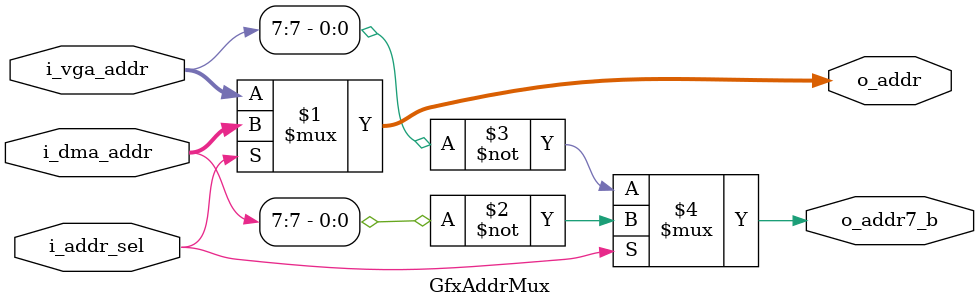
<source format=v>
module GfxAddrMux(
  input i_addr_sel,
  input [7:0] i_dma_addr,
  input [7:0] i_vga_addr,

  output [7:0] o_addr,
  output o_addr7_b
);

assign #(10/3) o_addr = i_addr_sel ? i_dma_addr : i_vga_addr;
assign #(10/3) o_addr7_b = i_addr_sel ? ~i_dma_addr[7]  : ~i_vga_addr[7];

endmodule

</source>
